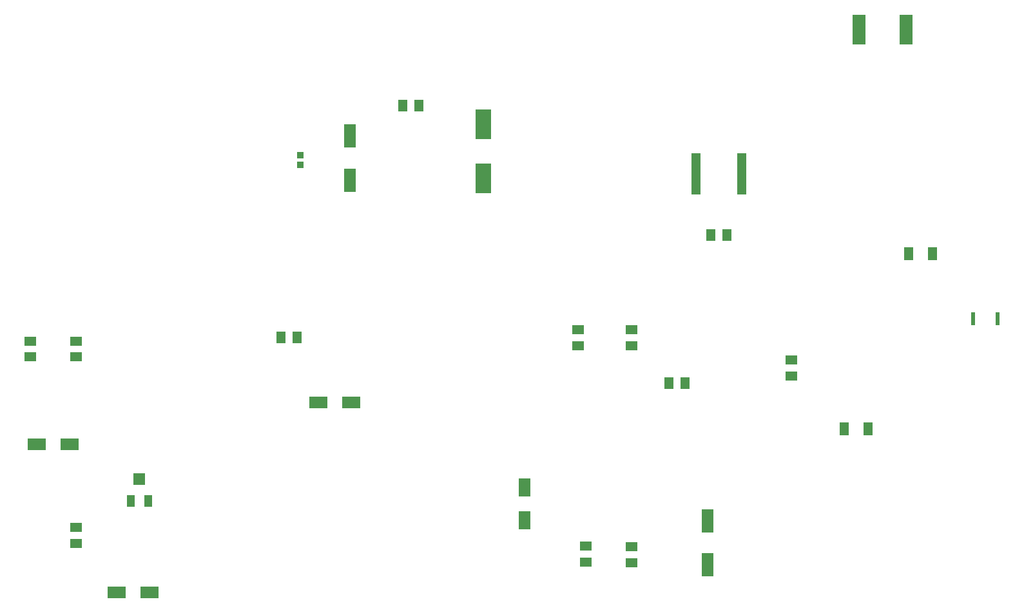
<source format=gtp>
G04*
G04 #@! TF.GenerationSoftware,Altium Limited,Altium Designer,21.2.2 (38)*
G04*
G04 Layer_Color=8421504*
%FSLAX25Y25*%
%MOIN*%
G70*
G04*
G04 #@! TF.SameCoordinates,8B9A036C-55B3-4DDA-9E79-EC33CF3C9B41*
G04*
G04*
G04 #@! TF.FilePolarity,Positive*
G04*
G01*
G75*
%ADD20R,0.06299X0.06299*%
%ADD21R,0.04331X0.06299*%
%ADD22R,0.06299X0.12402*%
%ADD23R,0.06299X0.09252*%
%ADD24R,0.07874X0.15748*%
%ADD25R,0.09252X0.06299*%
%ADD26R,0.03379X0.03175*%
%ADD27R,0.05118X0.07087*%
%ADD28R,0.05938X0.04750*%
%ADD29R,0.07087X0.15748*%
%ADD30R,0.04750X0.05938*%
%ADD31R,0.02190X0.07111*%
%ADD32R,0.04540X0.21666*%
D20*
X97835Y129528D02*
D03*
D21*
X102362Y118110D02*
D03*
X93307D02*
D03*
D22*
X206693Y307087D02*
D03*
Y284252D02*
D03*
X391732Y85040D02*
D03*
Y107874D02*
D03*
D23*
X297244Y108268D02*
D03*
Y125197D02*
D03*
D24*
X275591Y313189D02*
D03*
Y285236D02*
D03*
D25*
X86024Y70866D02*
D03*
X102953D02*
D03*
X61614Y147638D02*
D03*
X44685D02*
D03*
X207283Y169291D02*
D03*
X190354D02*
D03*
D26*
X181102Y292316D02*
D03*
Y297244D02*
D03*
D27*
X474606Y155512D02*
D03*
X462402D02*
D03*
X508071Y246063D02*
D03*
X495866D02*
D03*
D28*
X435039Y182871D02*
D03*
Y191145D02*
D03*
X352362Y86214D02*
D03*
Y94488D02*
D03*
Y198419D02*
D03*
Y206693D02*
D03*
X328740Y86414D02*
D03*
Y94688D02*
D03*
X324803Y198619D02*
D03*
Y206893D02*
D03*
X64961Y104331D02*
D03*
Y96056D02*
D03*
Y200988D02*
D03*
Y192713D02*
D03*
X41339Y200988D02*
D03*
Y192713D02*
D03*
D29*
X494488Y362205D02*
D03*
X470079D02*
D03*
D30*
X393501Y255906D02*
D03*
X401775D02*
D03*
X371847Y179134D02*
D03*
X380121D02*
D03*
X234052Y322835D02*
D03*
X242326D02*
D03*
X179334Y202756D02*
D03*
X171060D02*
D03*
D31*
X529035Y212599D02*
D03*
X541831D02*
D03*
D32*
X385728Y287402D02*
D03*
X409547D02*
D03*
M02*

</source>
